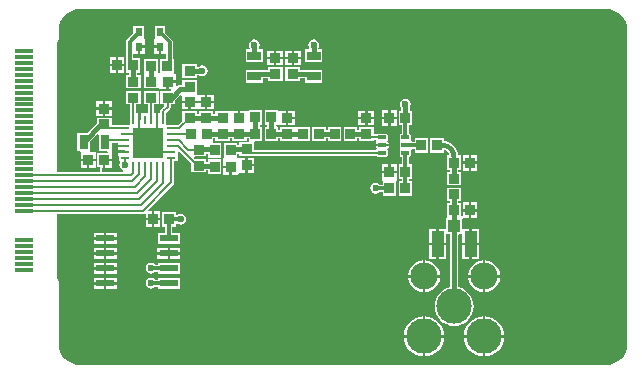
<source format=gtl>
G04*
G04 #@! TF.GenerationSoftware,Altium Limited,Altium Designer,21.0.9 (235)*
G04*
G04 Layer_Physical_Order=1*
G04 Layer_Color=255*
%FSLAX25Y25*%
%MOIN*%
G70*
G04*
G04 #@! TF.SameCoordinates,2571B9BE-BC5B-47E2-A44E-AB764044C0D5*
G04*
G04*
G04 #@! TF.FilePolarity,Positive*
G04*
G01*
G75*
%ADD10C,0.01575*%
%ADD11R,0.03937X0.03937*%
%ADD12R,0.03937X0.08661*%
%ADD13R,0.05906X0.01378*%
%ADD14R,0.03347X0.03740*%
%ADD15R,0.03740X0.03347*%
%ADD16R,0.06102X0.02362*%
%ADD17R,0.10400X0.10400*%
%ADD18R,0.02981X0.01003*%
%ADD19R,0.01003X0.02981*%
G04:AMPARAMS|DCode=20|XSize=13.78mil|YSize=25.59mil|CornerRadius=1.72mil|HoleSize=0mil|Usage=FLASHONLY|Rotation=270.000|XOffset=0mil|YOffset=0mil|HoleType=Round|Shape=RoundedRectangle|*
%AMROUNDEDRECTD20*
21,1,0.01378,0.02215,0,0,270.0*
21,1,0.01034,0.02559,0,0,270.0*
1,1,0.00345,-0.01107,-0.00517*
1,1,0.00345,-0.01107,0.00517*
1,1,0.00345,0.01107,0.00517*
1,1,0.00345,0.01107,-0.00517*
%
%ADD20ROUNDEDRECTD20*%
%ADD21R,0.03150X0.04724*%
%ADD22R,0.02362X0.03150*%
%ADD23R,0.04724X0.03150*%
%ADD24C,0.01181*%
%ADD25C,0.00787*%
%ADD26C,0.09055*%
%ADD27C,0.11811*%
G04:AMPARAMS|DCode=28|XSize=334.65mil|YSize=275.59mil|CornerRadius=137.8mil|HoleSize=0mil|Usage=FLASHONLY|Rotation=180.000|XOffset=0mil|YOffset=0mil|HoleType=Round|Shape=RoundedRectangle|*
%AMROUNDEDRECTD28*
21,1,0.33465,0.00000,0,0,180.0*
21,1,0.05906,0.27559,0,0,180.0*
1,1,0.27559,-0.02953,0.00000*
1,1,0.27559,0.02953,0.00000*
1,1,0.27559,0.02953,0.00000*
1,1,0.27559,-0.02953,0.00000*
%
%ADD28ROUNDEDRECTD28*%
%ADD29C,0.02756*%
%ADD30C,0.02362*%
G36*
X186024Y-704D02*
X187422Y-842D01*
X188767Y-1250D01*
X190007Y-1913D01*
X191093Y-2804D01*
X191985Y-3891D01*
X192647Y-5130D01*
X193055Y-6475D01*
X193193Y-7874D01*
X193195D01*
X193195Y-7874D01*
Y-112205D01*
X193193D01*
X193055Y-113603D01*
X192647Y-114948D01*
X191985Y-116188D01*
X191093Y-117274D01*
X190007Y-118166D01*
X188767Y-118828D01*
X187422Y-119237D01*
X186023Y-119374D01*
Y-119376D01*
X10827D01*
Y-119374D01*
X9428Y-119237D01*
X8083Y-118828D01*
X6844Y-118166D01*
X5757Y-117274D01*
X4865Y-116188D01*
X4203Y-114948D01*
X3795Y-113603D01*
X3657Y-112205D01*
X3655D01*
Y-93406D01*
X3655Y-93406D01*
X3655Y-93405D01*
Y-92224D01*
X3665D01*
X3573Y-91531D01*
X3306Y-90884D01*
X2953Y-90424D01*
Y-68917D01*
X31791D01*
X32079Y-68860D01*
X32420Y-69042D01*
X32579Y-69172D01*
Y-70374D01*
X34646D01*
Y-68110D01*
X33667D01*
X33476Y-67648D01*
X41915Y-59209D01*
X42132Y-58884D01*
X42209Y-58500D01*
Y-51289D01*
X43286D01*
Y-49517D01*
X43483D01*
Y-48410D01*
X43945Y-48219D01*
X47835Y-52108D01*
Y-55118D01*
X52756D01*
Y-54358D01*
X53347D01*
Y-55709D01*
X57874D01*
Y-50787D01*
X53347D01*
Y-51548D01*
X52756D01*
Y-50591D01*
X49158D01*
X48869Y-50240D01*
X49055Y-49803D01*
X52756D01*
Y-48846D01*
X53347D01*
Y-50197D01*
X57874D01*
Y-45276D01*
X55236D01*
X55216Y-44783D01*
X55216Y-44776D01*
Y-43728D01*
X55807D01*
Y-44587D01*
X60728D01*
Y-43728D01*
X61319D01*
Y-44587D01*
X66240D01*
Y-43728D01*
X66929D01*
Y-44677D01*
X66929Y-44783D01*
X66672Y-45177D01*
X63779D01*
Y-46036D01*
X63189D01*
Y-45276D01*
X58661D01*
Y-50090D01*
X58661Y-50172D01*
X58465Y-50591D01*
X58465Y-50615D01*
Y-52854D01*
X60925D01*
Y-53248D01*
X61319D01*
Y-55905D01*
X63386D01*
Y-55635D01*
X63583Y-55216D01*
X63886Y-55216D01*
X65847D01*
Y-52756D01*
Y-50295D01*
X63648Y-50295D01*
X63551Y-50274D01*
X63189Y-50039D01*
Y-48846D01*
X63779D01*
Y-49705D01*
X68701D01*
Y-49626D01*
X109816D01*
X109859Y-49689D01*
X110111Y-49857D01*
X110408Y-49916D01*
X112623D01*
X112921Y-49857D01*
X113173Y-49689D01*
X113342Y-49436D01*
X113401Y-49139D01*
Y-48105D01*
X113342Y-47808D01*
X113173Y-47555D01*
X113418Y-47118D01*
X113527Y-46954D01*
X113602Y-46580D01*
Y-46457D01*
X111516D01*
X109430D01*
Y-46580D01*
X109504Y-46954D01*
X109614Y-47118D01*
X109614Y-47119D01*
X109414Y-47596D01*
X109393Y-47618D01*
X68701D01*
Y-45283D01*
X68701Y-45177D01*
X68957Y-44783D01*
X71457D01*
Y-39862D01*
X70598D01*
Y-39272D01*
X71457D01*
Y-34350D01*
X66929D01*
Y-34528D01*
X66437Y-34547D01*
X66429Y-34547D01*
X64173D01*
Y-37008D01*
X63386D01*
Y-34547D01*
X61147D01*
X61122Y-34547D01*
X60704Y-34744D01*
X60622Y-34744D01*
X55807D01*
Y-35603D01*
X55216D01*
Y-34744D01*
X50295D01*
Y-35603D01*
X49705D01*
Y-34744D01*
X44783D01*
Y-38049D01*
X43723Y-39110D01*
X43286Y-39262D01*
X43286Y-39262D01*
Y-39262D01*
X43286Y-39262D01*
X39478D01*
Y-35454D01*
X39478Y-35454D01*
X39478D01*
X39478Y-35454D01*
X39630Y-35017D01*
X40670Y-33977D01*
X40888Y-33652D01*
X40964Y-33268D01*
Y-32480D01*
X42421D01*
Y-31024D01*
X44087Y-29358D01*
X44587Y-29566D01*
Y-31299D01*
X47244D01*
Y-31693D01*
X47638D01*
Y-34154D01*
X49598D01*
X49902Y-34154D01*
X50402Y-34154D01*
X52362D01*
Y-31693D01*
Y-29232D01*
X50402D01*
X49902Y-29232D01*
X49705Y-28814D01*
X49705Y-28732D01*
Y-24311D01*
X44783D01*
Y-25957D01*
X44096D01*
X43558Y-26064D01*
X43118Y-26358D01*
X42899Y-26316D01*
X42618Y-26200D01*
Y-25295D01*
X40354D01*
Y-27362D01*
X40952D01*
X41220Y-27862D01*
X41159Y-27953D01*
X37500D01*
Y-32480D01*
X38647D01*
X38829Y-32980D01*
X37676Y-34133D01*
X37459Y-34459D01*
X37382Y-34843D01*
Y-35257D01*
X36811D01*
Y-37535D01*
X36024D01*
Y-35257D01*
X35452D01*
Y-32480D01*
X36909D01*
Y-27953D01*
X31988D01*
Y-32480D01*
X33445D01*
Y-35454D01*
X31801D01*
Y-35257D01*
X30906D01*
Y-37535D01*
X30118D01*
Y-35257D01*
X29547D01*
Y-32480D01*
X31004D01*
Y-27953D01*
X26083D01*
Y-32480D01*
X27540D01*
Y-35454D01*
X27451D01*
Y-39262D01*
X23643D01*
Y-39351D01*
X21260D01*
Y-36909D01*
X16339D01*
Y-38663D01*
X12974Y-42028D01*
X9843D01*
Y-47933D01*
X10767D01*
X11024Y-48327D01*
X11024Y-48433D01*
Y-50591D01*
X13484D01*
X15945D01*
Y-48327D01*
X14430D01*
X14173Y-47933D01*
X14173Y-47827D01*
Y-44802D01*
X16467Y-42508D01*
X16929Y-42699D01*
Y-47933D01*
X19738D01*
X20094Y-48433D01*
X20062Y-48524D01*
X16535D01*
Y-53445D01*
X17438D01*
X17569Y-53642D01*
Y-55099D01*
X2953D01*
Y-11938D01*
X3306Y-11478D01*
X3573Y-10831D01*
X3665Y-10138D01*
X3655D01*
Y-7874D01*
X3657D01*
X3795Y-6475D01*
X4203Y-5130D01*
X4865Y-3891D01*
X5757Y-2804D01*
X6843Y-1913D01*
X8083Y-1250D01*
X9428Y-842D01*
X10827Y-704D01*
X10827Y-703D01*
X186024D01*
Y-704D01*
D02*
G37*
G36*
X23446Y-45866D02*
X25724D01*
Y-46654D01*
X23446D01*
Y-47549D01*
X23446D01*
Y-47835D01*
X25724D01*
Y-48622D01*
X23446D01*
Y-49517D01*
X23643D01*
Y-51289D01*
X23937D01*
X24204Y-51789D01*
X24020Y-52065D01*
X23883Y-52756D01*
X24020Y-53447D01*
X24412Y-54033D01*
X24998Y-54425D01*
X25098Y-54445D01*
Y-55099D01*
X18209D01*
Y-53642D01*
X18406D01*
Y-50984D01*
X18799D01*
Y-50591D01*
X21260D01*
Y-48327D01*
X21260D01*
X21260Y-47933D01*
X21260D01*
Y-45295D01*
X23446D01*
Y-45866D01*
D02*
G37*
%LPC*%
G36*
X32283Y-13583D02*
X30709D01*
Y-15551D01*
X32283D01*
Y-13583D01*
D02*
G37*
G36*
X37008Y-13583D02*
X35433D01*
Y-15551D01*
X37008D01*
Y-13583D01*
D02*
G37*
G36*
X84350Y-14567D02*
X82087D01*
Y-16634D01*
X84350D01*
Y-14567D01*
D02*
G37*
G36*
X78445D02*
X76181D01*
Y-16634D01*
X78445D01*
Y-14567D01*
D02*
G37*
G36*
X75394D02*
X73130D01*
Y-16634D01*
X75394D01*
Y-14567D01*
D02*
G37*
G36*
X81299D02*
X79035D01*
Y-16634D01*
X81299D01*
Y-14567D01*
D02*
G37*
G36*
X88583Y-10792D02*
X87891Y-10930D01*
X87305Y-11321D01*
X86914Y-11907D01*
X86776Y-12598D01*
X86914Y-13290D01*
X87170Y-13673D01*
X87077Y-14173D01*
X85630D01*
Y-18504D01*
X91535D01*
Y-14173D01*
X90088D01*
X89995Y-13673D01*
X90251Y-13290D01*
X90389Y-12598D01*
X90251Y-11907D01*
X89860Y-11321D01*
X89274Y-10930D01*
X88583Y-10792D01*
D02*
G37*
G36*
X68898D02*
X68206Y-10930D01*
X67620Y-11321D01*
X67229Y-11907D01*
X67091Y-12598D01*
X67229Y-13290D01*
X67485Y-13673D01*
X67392Y-14173D01*
X65945D01*
Y-18504D01*
X71850D01*
Y-14173D01*
X70403D01*
X70310Y-13673D01*
X70566Y-13290D01*
X70704Y-12598D01*
X70566Y-11907D01*
X70175Y-11321D01*
X69589Y-10930D01*
X68898Y-10792D01*
D02*
G37*
G36*
X25492Y-16732D02*
X23425D01*
Y-18996D01*
X25492D01*
Y-16732D01*
D02*
G37*
G36*
X22638D02*
X20571D01*
Y-18996D01*
X22638D01*
Y-16732D01*
D02*
G37*
G36*
X84350Y-17421D02*
X82087D01*
Y-19488D01*
X84350D01*
Y-17421D01*
D02*
G37*
G36*
X81299D02*
X79035D01*
Y-19488D01*
X81299D01*
Y-17421D01*
D02*
G37*
G36*
X78445D02*
X76181D01*
Y-19488D01*
X78445D01*
Y-17421D01*
D02*
G37*
G36*
X75394D02*
X73130D01*
Y-19488D01*
X75394D01*
Y-17421D01*
D02*
G37*
G36*
X78248Y-20079D02*
X73327D01*
Y-20938D01*
X71850D01*
Y-20866D01*
X65945D01*
Y-25197D01*
X71850D01*
Y-23747D01*
X73327D01*
Y-24606D01*
X78248D01*
Y-20079D01*
D02*
G37*
G36*
X25492Y-19783D02*
X23425D01*
Y-22047D01*
X25492D01*
Y-19783D01*
D02*
G37*
G36*
X22638D02*
X20571D01*
Y-22047D01*
X22638D01*
Y-19783D01*
D02*
G37*
G36*
X39173Y-6299D02*
X35630D01*
Y-10408D01*
X35433Y-10827D01*
X35433D01*
X35433Y-10827D01*
Y-12795D01*
X37402D01*
Y-13189D01*
X37795D01*
Y-15551D01*
X39370D01*
X39445Y-16020D01*
Y-17224D01*
X37500D01*
X37500Y-22023D01*
X37486Y-22051D01*
X36850Y-22249D01*
X36713Y-22166D01*
X36713Y-22146D01*
X36713D01*
Y-17224D01*
X32185D01*
Y-22146D01*
X32185D01*
X32166Y-22638D01*
X31988D01*
Y-27165D01*
X36803D01*
X36885Y-27165D01*
X37303Y-27362D01*
X37328Y-27362D01*
X39567D01*
Y-24902D01*
X39961D01*
Y-24508D01*
X42618D01*
Y-22441D01*
X42405D01*
X42028Y-22146D01*
X42028Y-21941D01*
Y-17224D01*
X41854D01*
Y-11713D01*
X41854Y-11713D01*
X41762Y-11252D01*
X41501Y-10861D01*
X41501Y-10861D01*
X39173Y-8533D01*
Y-6299D01*
D02*
G37*
G36*
X49705Y-18996D02*
X44783D01*
Y-23524D01*
X49705D01*
Y-22665D01*
X50390D01*
X50785Y-22929D01*
X51476Y-23066D01*
X52168Y-22929D01*
X52754Y-22537D01*
X53145Y-21951D01*
X53283Y-21260D01*
X53145Y-20569D01*
X52754Y-19983D01*
X52168Y-19591D01*
X51476Y-19454D01*
X50785Y-19591D01*
X50390Y-19855D01*
X49705D01*
Y-18996D01*
D02*
G37*
G36*
X84153Y-20079D02*
X79232D01*
Y-24606D01*
X84153D01*
Y-23747D01*
X85630D01*
Y-25197D01*
X91535D01*
Y-20866D01*
X85630D01*
Y-20938D01*
X84153D01*
Y-20079D01*
D02*
G37*
G36*
X32087Y-6299D02*
X28543D01*
Y-8533D01*
X26412Y-10664D01*
X26151Y-11055D01*
X26059Y-11516D01*
X26059Y-11516D01*
Y-18307D01*
X26059Y-18307D01*
X26083Y-18424D01*
Y-21850D01*
X26941D01*
Y-22638D01*
X26083D01*
Y-27165D01*
X31004D01*
Y-22638D01*
X29751D01*
Y-21850D01*
X30610D01*
Y-16929D01*
X28468D01*
Y-15551D01*
X29921D01*
Y-13189D01*
X30315D01*
Y-12795D01*
X32283D01*
Y-10827D01*
X32283D01*
X32087Y-10630D01*
Y-6299D01*
D02*
G37*
G36*
X53150Y-29232D02*
Y-31299D01*
X55413D01*
Y-29232D01*
X53150D01*
D02*
G37*
G36*
X21457Y-31398D02*
X19193D01*
Y-33465D01*
X21457D01*
Y-31398D01*
D02*
G37*
G36*
X18406D02*
X16142D01*
Y-33465D01*
X18406D01*
Y-31398D01*
D02*
G37*
G36*
X55413Y-32087D02*
X53150D01*
Y-34154D01*
X55413D01*
Y-32087D01*
D02*
G37*
G36*
X46850D02*
X44587D01*
Y-34154D01*
X46850D01*
Y-32087D01*
D02*
G37*
G36*
X21457Y-34252D02*
X19193D01*
Y-36319D01*
X21457D01*
Y-34252D01*
D02*
G37*
G36*
X18406D02*
X16142D01*
Y-36319D01*
X18406D01*
Y-34252D01*
D02*
G37*
G36*
X116339Y-34350D02*
X114272D01*
Y-36614D01*
X116339D01*
Y-34350D01*
D02*
G37*
G36*
X113484D02*
X111417D01*
Y-36614D01*
X113484D01*
Y-34350D01*
D02*
G37*
G36*
X80216Y-34547D02*
Y-36614D01*
X82480D01*
Y-34547D01*
X80216D01*
D02*
G37*
G36*
X108858D02*
X106595D01*
Y-36614D01*
X108858D01*
Y-34547D01*
D02*
G37*
G36*
X105807D02*
X103543D01*
Y-36614D01*
X105807D01*
Y-34547D01*
D02*
G37*
G36*
X108858Y-37402D02*
X106595D01*
Y-39469D01*
X108858D01*
Y-37402D01*
D02*
G37*
G36*
X105807D02*
X103543D01*
Y-39469D01*
X105807D01*
Y-37402D01*
D02*
G37*
G36*
X82480D02*
X80216D01*
Y-39469D01*
X82480D01*
Y-37402D01*
D02*
G37*
G36*
X76772Y-34350D02*
X76747Y-34350D01*
X72244D01*
Y-39272D01*
X73103D01*
Y-39862D01*
X72244D01*
Y-44783D01*
X76772D01*
Y-43728D01*
X77362D01*
Y-44587D01*
X82284D01*
Y-43728D01*
X82874D01*
Y-44783D01*
X87402D01*
Y-39862D01*
X82874D01*
Y-40918D01*
X82284D01*
Y-40059D01*
X77362D01*
Y-40918D01*
X76772D01*
Y-39862D01*
X76383D01*
X76176Y-39362D01*
X76266Y-39272D01*
X76747Y-39272D01*
X77165Y-39469D01*
X77190Y-39469D01*
X79429D01*
Y-37008D01*
Y-34547D01*
X77272D01*
X77190Y-34547D01*
X76772Y-34350D01*
D02*
G37*
G36*
X116339Y-37402D02*
X114272D01*
Y-39665D01*
X116339D01*
Y-37402D01*
D02*
G37*
G36*
X113484D02*
X111417D01*
Y-39665D01*
X113484D01*
Y-37402D01*
D02*
G37*
G36*
X97835Y-39862D02*
X93307D01*
Y-40918D01*
X92716D01*
Y-39862D01*
X88189D01*
Y-44783D01*
X92716D01*
Y-43728D01*
X93307D01*
Y-44783D01*
X97835D01*
Y-39862D01*
D02*
G37*
G36*
X103150D02*
X98622D01*
Y-44783D01*
X103150D01*
Y-43728D01*
X103740D01*
Y-44587D01*
X108661D01*
Y-44508D01*
X109393D01*
X109414Y-44530D01*
X109614Y-45007D01*
X109614Y-45008D01*
X109504Y-45172D01*
X109430Y-45546D01*
Y-45669D01*
X111516D01*
X113602D01*
Y-45546D01*
X113527Y-45172D01*
X113418Y-45008D01*
X113173Y-44571D01*
X113342Y-44318D01*
X113401Y-44021D01*
Y-42987D01*
X113342Y-42690D01*
X113173Y-42437D01*
X112921Y-42269D01*
X112623Y-42210D01*
X110408D01*
X110111Y-42269D01*
X109859Y-42437D01*
X109816Y-42500D01*
X108661D01*
Y-40059D01*
X103740D01*
Y-40918D01*
X103150D01*
Y-39862D01*
D02*
G37*
G36*
X119193Y-30575D02*
X118502Y-30713D01*
X117916Y-31105D01*
X117524Y-31691D01*
X117387Y-32382D01*
X117524Y-33073D01*
X117788Y-33468D01*
Y-34547D01*
X116929D01*
Y-39469D01*
X117989D01*
Y-42229D01*
X117788Y-42269D01*
X117536Y-42437D01*
X117367Y-42690D01*
X117308Y-42987D01*
Y-44021D01*
X117367Y-44318D01*
X117536Y-44571D01*
X117536Y-44996D01*
X117367Y-45249D01*
X117308Y-45546D01*
Y-46580D01*
X117367Y-46877D01*
X117536Y-47130D01*
X117536Y-47555D01*
X117367Y-47808D01*
X117308Y-48105D01*
Y-49139D01*
X117367Y-49436D01*
X117536Y-49689D01*
X117788Y-49857D01*
X117989Y-49897D01*
Y-52461D01*
X116929D01*
Y-57382D01*
X117989D01*
Y-57972D01*
X116929D01*
Y-62894D01*
X121457D01*
Y-57972D01*
X120397D01*
Y-57382D01*
X121457D01*
Y-52461D01*
X120397D01*
Y-49897D01*
X120598Y-49857D01*
X120850Y-49689D01*
X121019Y-49436D01*
X121078Y-49139D01*
Y-48105D01*
X121019Y-47808D01*
X120992Y-47767D01*
X121250Y-47267D01*
X122244D01*
Y-48524D01*
X126772D01*
Y-43602D01*
X122244D01*
Y-44859D01*
X121250D01*
X120992Y-44359D01*
X121019Y-44318D01*
X121078Y-44021D01*
Y-42987D01*
X121019Y-42690D01*
X120850Y-42437D01*
X120598Y-42269D01*
X120397Y-42229D01*
Y-39469D01*
X121457D01*
Y-34547D01*
X120598D01*
Y-33468D01*
X120862Y-33073D01*
X120999Y-32382D01*
X120862Y-31691D01*
X120470Y-31105D01*
X119884Y-30713D01*
X119193Y-30575D01*
D02*
G37*
G36*
X143209Y-49213D02*
X141142D01*
Y-51476D01*
X143209D01*
Y-49213D01*
D02*
G37*
G36*
X140354D02*
X138287D01*
Y-51476D01*
X140354D01*
Y-49213D01*
D02*
G37*
G36*
X66634Y-50295D02*
Y-52362D01*
X68898D01*
Y-50295D01*
X66634D01*
D02*
G37*
G36*
X15945Y-51378D02*
X13878D01*
Y-53642D01*
X15945D01*
Y-51378D01*
D02*
G37*
G36*
X13091D02*
X11024D01*
Y-53642D01*
X13091D01*
Y-51378D01*
D02*
G37*
G36*
X116339Y-52264D02*
X114272D01*
Y-54528D01*
X116339D01*
Y-52264D01*
D02*
G37*
G36*
X143209Y-52264D02*
X141142D01*
Y-54528D01*
X143209D01*
Y-52264D01*
D02*
G37*
G36*
X140354D02*
X138287D01*
Y-54528D01*
X140354D01*
Y-52264D01*
D02*
G37*
G36*
X113484Y-52264D02*
X111417D01*
Y-54528D01*
X113484D01*
Y-52264D01*
D02*
G37*
G36*
X68898Y-53150D02*
X66634D01*
Y-55216D01*
X68898D01*
Y-53150D01*
D02*
G37*
G36*
X60532Y-53642D02*
X58465D01*
Y-55905D01*
X60532D01*
Y-53642D01*
D02*
G37*
G36*
X116339Y-55315D02*
X113878D01*
X111417D01*
Y-57554D01*
X111417Y-57579D01*
X111614Y-57997D01*
X111614Y-58079D01*
Y-59229D01*
X110578D01*
X110529Y-59156D01*
X109943Y-58764D01*
X109252Y-58627D01*
X108561Y-58764D01*
X107975Y-59156D01*
X107583Y-59742D01*
X107446Y-60433D01*
X107583Y-61124D01*
X107975Y-61710D01*
X108561Y-62102D01*
X109252Y-62239D01*
X109943Y-62102D01*
X110529Y-61710D01*
X110578Y-61637D01*
X111614D01*
Y-62894D01*
X116142D01*
Y-58079D01*
X116142Y-57997D01*
X116339Y-57579D01*
X116339Y-57554D01*
Y-55315D01*
D02*
G37*
G36*
X132087Y-43602D02*
X127559D01*
Y-48524D01*
X132087D01*
Y-47953D01*
X132229Y-47837D01*
X132587Y-47711D01*
X133305Y-48191D01*
X133785Y-48909D01*
X133659Y-49267D01*
X133543Y-49409D01*
X133169D01*
Y-54331D01*
X134028D01*
Y-54921D01*
X132972D01*
Y-59449D01*
X137894D01*
Y-54921D01*
X136838D01*
Y-54331D01*
X137697D01*
Y-49409D01*
X136779D01*
X136674Y-48612D01*
X136139Y-47320D01*
X135287Y-46209D01*
X134177Y-45357D01*
X132884Y-44822D01*
X132087Y-44717D01*
Y-43602D01*
D02*
G37*
G36*
X143209Y-65158D02*
X141142D01*
Y-67421D01*
X143209D01*
Y-65158D01*
D02*
G37*
G36*
X140354D02*
X138287D01*
Y-67421D01*
X140354D01*
Y-65158D01*
D02*
G37*
G36*
X37500Y-68110D02*
X35433D01*
Y-70374D01*
X37500D01*
Y-68110D01*
D02*
G37*
G36*
X143209Y-68209D02*
X141142D01*
Y-70472D01*
X143209D01*
Y-68209D01*
D02*
G37*
G36*
X42618Y-68307D02*
X38091D01*
Y-73228D01*
X39150D01*
Y-75394D01*
X36713D01*
Y-78937D01*
X43996D01*
Y-75394D01*
X41559D01*
Y-73228D01*
X42618D01*
Y-72336D01*
X42750Y-72239D01*
X43118Y-72114D01*
X43600Y-72437D01*
X44291Y-72574D01*
X44983Y-72437D01*
X45569Y-72045D01*
X45960Y-71459D01*
X46098Y-70768D01*
X45960Y-70077D01*
X45569Y-69490D01*
X44983Y-69099D01*
X44291Y-68961D01*
X43600Y-69099D01*
X43118Y-69421D01*
X42750Y-69296D01*
X42618Y-69199D01*
Y-68307D01*
D02*
G37*
G36*
X37500Y-71161D02*
X35433D01*
Y-73425D01*
X37500D01*
Y-71161D01*
D02*
G37*
G36*
X34646D02*
X32579D01*
Y-73425D01*
X34646D01*
Y-71161D01*
D02*
G37*
G36*
X22933Y-75197D02*
X19488D01*
Y-76772D01*
X22933D01*
Y-75197D01*
D02*
G37*
G36*
X18701D02*
X15256D01*
Y-76772D01*
X18701D01*
Y-75197D01*
D02*
G37*
G36*
X141326Y-73917D02*
Y-78641D01*
X143689D01*
Y-73917D01*
X141326D01*
D02*
G37*
G36*
X137894Y-60236D02*
X132972D01*
Y-64764D01*
X134028D01*
Y-65354D01*
X133169D01*
Y-70276D01*
X132874Y-70476D01*
X132874D01*
Y-73493D01*
X132689Y-73917D01*
X132374Y-73917D01*
X130326D01*
Y-78641D01*
X132689D01*
Y-76017D01*
X132874Y-75594D01*
X133189Y-75594D01*
X134028D01*
Y-93437D01*
X132935Y-93769D01*
X131807Y-94372D01*
X130817Y-95184D01*
X130006Y-96173D01*
X129402Y-97301D01*
X129031Y-98526D01*
X128906Y-99799D01*
X129031Y-101073D01*
X129402Y-102297D01*
X130006Y-103426D01*
X130817Y-104415D01*
X131807Y-105227D01*
X132935Y-105830D01*
X134160Y-106201D01*
X135433Y-106327D01*
X136706Y-106201D01*
X137931Y-105830D01*
X139059Y-105227D01*
X140049Y-104415D01*
X140860Y-103426D01*
X141464Y-102297D01*
X141835Y-101073D01*
X141961Y-99799D01*
X141835Y-98526D01*
X141464Y-97301D01*
X140860Y-96173D01*
X140049Y-95184D01*
X139059Y-94372D01*
X137931Y-93769D01*
X136838Y-93437D01*
Y-75947D01*
X137192Y-75594D01*
X137992Y-75594D01*
X138177Y-76017D01*
Y-78641D01*
X140539D01*
Y-73917D01*
X138492D01*
X138177Y-73917D01*
X137992Y-73493D01*
Y-70953D01*
X137992Y-70850D01*
X138286Y-70474D01*
X138490Y-70473D01*
X138607Y-70472D01*
X140354D01*
Y-68209D01*
X138287D01*
Y-69716D01*
X137853Y-70062D01*
X137787Y-70072D01*
X137697Y-70041D01*
Y-65354D01*
X136838D01*
Y-64764D01*
X137894D01*
Y-60236D01*
D02*
G37*
G36*
X129539Y-73917D02*
X127177D01*
Y-78641D01*
X129539D01*
Y-73917D01*
D02*
G37*
G36*
X22933Y-77559D02*
X19488D01*
Y-79134D01*
X22933D01*
Y-77559D01*
D02*
G37*
G36*
X18701D02*
X15256D01*
Y-79134D01*
X18701D01*
Y-77559D01*
D02*
G37*
G36*
X22933Y-80197D02*
X19488D01*
Y-81772D01*
X22933D01*
Y-80197D01*
D02*
G37*
G36*
X18701D02*
X15256D01*
Y-81772D01*
X18701D01*
Y-80197D01*
D02*
G37*
G36*
X44193D02*
X40748D01*
Y-81772D01*
X44193D01*
Y-80197D01*
D02*
G37*
G36*
X39961D02*
X36516D01*
Y-81772D01*
X39961D01*
Y-80197D01*
D02*
G37*
G36*
X44193Y-82559D02*
X40748D01*
Y-84134D01*
X44193D01*
Y-82559D01*
D02*
G37*
G36*
X39961D02*
X36516D01*
Y-84134D01*
X39961D01*
Y-82559D01*
D02*
G37*
G36*
X22933Y-82559D02*
X19488D01*
Y-84134D01*
X22933D01*
Y-82559D01*
D02*
G37*
G36*
X18701D02*
X15256D01*
Y-84134D01*
X18701D01*
Y-82559D01*
D02*
G37*
G36*
X143689Y-79428D02*
X141326D01*
Y-84153D01*
X143689D01*
Y-79428D01*
D02*
G37*
G36*
X140539D02*
X138177D01*
Y-84153D01*
X140539D01*
Y-79428D01*
D02*
G37*
G36*
X132689Y-79428D02*
X130326D01*
Y-84153D01*
X132689D01*
Y-79428D01*
D02*
G37*
G36*
X129539D02*
X127177D01*
Y-84153D01*
X129539D01*
Y-79428D01*
D02*
G37*
G36*
X22933Y-85197D02*
X19488D01*
Y-86772D01*
X22933D01*
Y-85197D01*
D02*
G37*
G36*
X18701D02*
X15256D01*
Y-86772D01*
X18701D01*
Y-85197D01*
D02*
G37*
G36*
X34449Y-85300D02*
X33758Y-85437D01*
X33171Y-85829D01*
X32780Y-86415D01*
X32642Y-87106D01*
X32780Y-87798D01*
X33171Y-88384D01*
X33758Y-88775D01*
X34449Y-88913D01*
X35140Y-88775D01*
X35726Y-88384D01*
X35735Y-88370D01*
X36713D01*
Y-88937D01*
X43996D01*
Y-85394D01*
X36713D01*
Y-85961D01*
X35814D01*
X35726Y-85829D01*
X35140Y-85437D01*
X34449Y-85300D01*
D02*
G37*
G36*
X22933Y-87559D02*
X19488D01*
Y-89134D01*
X22933D01*
Y-87559D01*
D02*
G37*
G36*
X18701D02*
X15256D01*
Y-89134D01*
X18701D01*
Y-87559D01*
D02*
G37*
G36*
X145827Y-84490D02*
Y-89406D01*
X150742D01*
X150611Y-88412D01*
X150076Y-87119D01*
X149224Y-86009D01*
X148114Y-85157D01*
X146821Y-84621D01*
X145827Y-84490D01*
D02*
G37*
G36*
X125827Y-84490D02*
Y-89406D01*
X130742D01*
X130611Y-88412D01*
X130076Y-87119D01*
X129224Y-86009D01*
X128113Y-85157D01*
X126821Y-84621D01*
X125827Y-84490D01*
D02*
G37*
G36*
X125039D02*
X124046Y-84621D01*
X122753Y-85157D01*
X121642Y-86009D01*
X120791Y-87119D01*
X120255Y-88412D01*
X120124Y-89406D01*
X125039D01*
Y-84490D01*
D02*
G37*
G36*
X145039D02*
X144046Y-84621D01*
X142753Y-85157D01*
X141642Y-86009D01*
X140790Y-87119D01*
X140255Y-88412D01*
X140124Y-89406D01*
X145039D01*
Y-84490D01*
D02*
G37*
G36*
X22933Y-90197D02*
X19488D01*
Y-91772D01*
X22933D01*
Y-90197D01*
D02*
G37*
G36*
X18701D02*
X15256D01*
Y-91772D01*
X18701D01*
Y-90197D01*
D02*
G37*
G36*
X34449Y-90300D02*
X33758Y-90437D01*
X33171Y-90829D01*
X32780Y-91415D01*
X32642Y-92106D01*
X32780Y-92798D01*
X33171Y-93384D01*
X33758Y-93775D01*
X34449Y-93913D01*
X35140Y-93775D01*
X35726Y-93384D01*
X35735Y-93370D01*
X36713D01*
Y-93937D01*
X43996D01*
Y-90394D01*
X36713D01*
Y-90961D01*
X35814D01*
X35726Y-90829D01*
X35140Y-90437D01*
X34449Y-90300D01*
D02*
G37*
G36*
X22933Y-92559D02*
X19488D01*
Y-94134D01*
X22933D01*
Y-92559D01*
D02*
G37*
G36*
X18701D02*
X15256D01*
Y-94134D01*
X18701D01*
Y-92559D01*
D02*
G37*
G36*
X150742Y-90193D02*
X145827D01*
Y-95108D01*
X146821Y-94977D01*
X148114Y-94442D01*
X149224Y-93590D01*
X150076Y-92480D01*
X150611Y-91187D01*
X150742Y-90193D01*
D02*
G37*
G36*
X130742D02*
X125827D01*
Y-95108D01*
X126821Y-94977D01*
X128113Y-94442D01*
X129224Y-93590D01*
X130076Y-92480D01*
X130611Y-91187D01*
X130742Y-90193D01*
D02*
G37*
G36*
X125039D02*
X120124D01*
X120255Y-91187D01*
X120791Y-92480D01*
X121642Y-93590D01*
X122753Y-94442D01*
X124046Y-94977D01*
X125039Y-95108D01*
Y-90193D01*
D02*
G37*
G36*
X145039D02*
X140124D01*
X140255Y-91187D01*
X140790Y-92480D01*
X141642Y-93590D01*
X142753Y-94442D01*
X144046Y-94977D01*
X145039Y-95108D01*
Y-90193D01*
D02*
G37*
G36*
X145827Y-103113D02*
Y-109406D01*
X152120D01*
X152029Y-108487D01*
X151646Y-107226D01*
X151025Y-106063D01*
X150189Y-105044D01*
X149169Y-104207D01*
X148007Y-103586D01*
X146745Y-103203D01*
X145827Y-103113D01*
D02*
G37*
G36*
X125827Y-103113D02*
Y-109406D01*
X132120D01*
X132029Y-108487D01*
X131646Y-107226D01*
X131025Y-106063D01*
X130189Y-105044D01*
X129169Y-104207D01*
X128007Y-103586D01*
X126745Y-103203D01*
X125827Y-103113D01*
D02*
G37*
G36*
X125039D02*
X124121Y-103203D01*
X122859Y-103586D01*
X121697Y-104207D01*
X120678Y-105044D01*
X119841Y-106063D01*
X119220Y-107226D01*
X118837Y-108487D01*
X118747Y-109406D01*
X125039D01*
Y-103113D01*
D02*
G37*
G36*
X145039D02*
X144121Y-103203D01*
X142859Y-103586D01*
X141697Y-104207D01*
X140678Y-105044D01*
X139841Y-106063D01*
X139220Y-107226D01*
X138837Y-108487D01*
X138747Y-109406D01*
X145039D01*
Y-103113D01*
D02*
G37*
G36*
X152120Y-110193D02*
X145827D01*
Y-116486D01*
X146745Y-116395D01*
X148007Y-116013D01*
X149169Y-115391D01*
X150189Y-114555D01*
X151025Y-113536D01*
X151646Y-112373D01*
X152029Y-111111D01*
X152120Y-110193D01*
D02*
G37*
G36*
X132120D02*
X125827D01*
Y-116486D01*
X126745Y-116395D01*
X128007Y-116013D01*
X129169Y-115391D01*
X130189Y-114555D01*
X131025Y-113536D01*
X131646Y-112373D01*
X132029Y-111111D01*
X132120Y-110193D01*
D02*
G37*
G36*
X125039D02*
X118747D01*
X118837Y-111111D01*
X119220Y-112373D01*
X119841Y-113536D01*
X120678Y-114555D01*
X121697Y-115391D01*
X122859Y-116013D01*
X124121Y-116395D01*
X125039Y-116486D01*
Y-110193D01*
D02*
G37*
G36*
X145039D02*
X138747D01*
X138837Y-111111D01*
X139220Y-112373D01*
X139841Y-113536D01*
X140678Y-114555D01*
X141697Y-115391D01*
X142859Y-116013D01*
X144121Y-116395D01*
X145039Y-116486D01*
Y-110193D01*
D02*
G37*
G36*
X21260Y-51378D02*
X19193D01*
Y-53642D01*
X21260D01*
Y-51378D01*
D02*
G37*
%LPD*%
D10*
X135433Y-50000D02*
G03*
X131496Y-46063I-3937J0D01*
G01*
X88583Y-16339D02*
Y-12598D01*
X68898Y-16339D02*
Y-12598D01*
X87894Y-22343D02*
X88583Y-23031D01*
X81693Y-22343D02*
X87894D01*
X68898Y-23031D02*
X69587Y-22343D01*
X75787D01*
X119193Y-37008D02*
Y-32382D01*
X50295Y-52854D02*
X50394Y-52953D01*
X55610D01*
X50295Y-47539D02*
X50394Y-47441D01*
X55610D01*
X60925D02*
X66240D01*
X52756Y-37008D02*
X58268D01*
X47244D02*
X52756D01*
X52953Y-42323D02*
X58268D01*
X63779D01*
X69193D01*
Y-36811D01*
X74508Y-42323D02*
Y-36811D01*
Y-42323D02*
X79823D01*
X85138D01*
X90453D02*
X95571D01*
X100886D02*
X106201D01*
X135433Y-99111D02*
Y-67815D01*
Y-62500D01*
Y-57185D02*
Y-51870D01*
X135433Y-99111D02*
X135433Y-99111D01*
X12008Y-44980D02*
X17815Y-39173D01*
X18799D01*
X40256Y-30217D02*
X41242D01*
X44096Y-27362D01*
X46457D01*
X47244Y-26575D01*
Y-21260D02*
X51476D01*
X28346Y-24705D02*
Y-19390D01*
X34449Y-24902D02*
Y-19685D01*
D11*
X135433Y-73035D02*
D03*
D12*
X140933Y-79035D02*
D03*
X129933D02*
D03*
D13*
X-7874Y-77756D02*
D03*
Y-79724D02*
D03*
Y-81693D02*
D03*
Y-83661D02*
D03*
Y-85630D02*
D03*
Y-87598D02*
D03*
Y-67913D02*
D03*
Y-65945D02*
D03*
Y-63976D02*
D03*
Y-62008D02*
D03*
Y-60039D02*
D03*
Y-58071D02*
D03*
Y-56102D02*
D03*
Y-54134D02*
D03*
Y-52165D02*
D03*
Y-50197D02*
D03*
Y-48228D02*
D03*
Y-46260D02*
D03*
Y-44291D02*
D03*
Y-42323D02*
D03*
Y-40354D02*
D03*
Y-38386D02*
D03*
Y-36417D02*
D03*
Y-34449D02*
D03*
Y-32480D02*
D03*
Y-30512D02*
D03*
Y-28543D02*
D03*
Y-26575D02*
D03*
Y-24606D02*
D03*
Y-22638D02*
D03*
Y-20669D02*
D03*
Y-18701D02*
D03*
Y-16732D02*
D03*
Y-14764D02*
D03*
D14*
X35039Y-70768D02*
D03*
X40354D02*
D03*
X34449Y-19685D02*
D03*
X39764D02*
D03*
X23031Y-19390D02*
D03*
X28346D02*
D03*
X74508Y-36811D02*
D03*
X69193D02*
D03*
X90453Y-42323D02*
D03*
X85138D02*
D03*
X129823Y-46063D02*
D03*
X124508D02*
D03*
X140748Y-51870D02*
D03*
X135433D02*
D03*
X140748Y-67815D02*
D03*
X135433D02*
D03*
X60925Y-53248D02*
D03*
X55610D02*
D03*
X60925Y-47736D02*
D03*
X55610D02*
D03*
X13484Y-50984D02*
D03*
X18799D02*
D03*
X113878Y-54921D02*
D03*
X119193D02*
D03*
X113878Y-37008D02*
D03*
X119193D02*
D03*
X100886Y-42323D02*
D03*
X95571D02*
D03*
X47638D02*
D03*
X52953D02*
D03*
X113878Y-60433D02*
D03*
X119193D02*
D03*
X74508Y-42323D02*
D03*
X69193D02*
D03*
D15*
X47244Y-31693D02*
D03*
Y-37008D02*
D03*
X52756Y-31693D02*
D03*
Y-37008D02*
D03*
X106201Y-42323D02*
D03*
Y-37008D02*
D03*
X63779D02*
D03*
Y-42323D02*
D03*
X79823Y-37008D02*
D03*
Y-42323D02*
D03*
X66240Y-47441D02*
D03*
Y-52756D02*
D03*
X39961Y-24902D02*
D03*
Y-30217D02*
D03*
X18799Y-39173D02*
D03*
Y-33858D02*
D03*
X34449Y-24902D02*
D03*
Y-30217D02*
D03*
X47244Y-21260D02*
D03*
Y-26575D02*
D03*
X75787Y-22343D02*
D03*
Y-17028D02*
D03*
X81693Y-22343D02*
D03*
Y-17028D02*
D03*
X28543Y-30217D02*
D03*
Y-24902D02*
D03*
X58268Y-42323D02*
D03*
Y-37008D02*
D03*
X135433Y-57185D02*
D03*
Y-62500D02*
D03*
X50295Y-47539D02*
D03*
Y-52854D02*
D03*
D16*
X40354Y-92165D02*
D03*
X40354Y-87165D02*
D03*
Y-82165D02*
D03*
X40354Y-77165D02*
D03*
X19094Y-92165D02*
D03*
Y-87165D02*
D03*
Y-82165D02*
D03*
Y-77165D02*
D03*
D17*
X33465Y-45276D02*
D03*
D18*
X41205Y-40354D02*
D03*
Y-42323D02*
D03*
X41205Y-44291D02*
D03*
Y-46260D02*
D03*
X41205Y-48228D02*
D03*
Y-50197D02*
D03*
X25724D02*
D03*
Y-48228D02*
D03*
X25724Y-46260D02*
D03*
Y-44291D02*
D03*
X25724Y-42323D02*
D03*
Y-40354D02*
D03*
D19*
X38386Y-53016D02*
D03*
X36417D02*
D03*
X34449Y-53016D02*
D03*
X32480D02*
D03*
X30512Y-53016D02*
D03*
X28543D02*
D03*
Y-37535D02*
D03*
X30512D02*
D03*
X32480Y-37535D02*
D03*
X34449D02*
D03*
X36417Y-37535D02*
D03*
X38386D02*
D03*
D20*
X119193Y-46063D02*
D03*
X111516Y-48622D02*
D03*
Y-46063D02*
D03*
Y-43504D02*
D03*
X119193Y-48622D02*
D03*
Y-43504D02*
D03*
D21*
X12008Y-44980D02*
D03*
X19094D02*
D03*
D22*
X30315Y-13189D02*
D03*
X37402D02*
D03*
Y-8465D02*
D03*
X30315D02*
D03*
D23*
X68898Y-16339D02*
D03*
Y-23031D02*
D03*
X88583Y-16339D02*
D03*
Y-23031D02*
D03*
D24*
X27264Y-18307D02*
X27461Y-18504D01*
X27264Y-11516D02*
X30315Y-8465D01*
X27264Y-18307D02*
Y-11516D01*
X37402Y-8465D02*
X40650Y-11713D01*
X119193Y-37008D02*
X119193Y-37008D01*
Y-43504D02*
Y-37008D01*
X40354Y-77165D02*
Y-70768D01*
X44291D01*
X34508Y-92165D02*
X40354D01*
X34449Y-87106D02*
X34508Y-87165D01*
X40354D01*
X119193Y-60433D02*
Y-54921D01*
Y-48622D01*
X109252Y-60433D02*
X113878D01*
X119193Y-46063D02*
X124508D01*
X40650Y-18799D02*
Y-11713D01*
D25*
X30512Y-42323D02*
Y-37535D01*
Y-45276D02*
Y-42323D01*
X33465D01*
X25724D02*
X30512D01*
X33465Y-45276D02*
Y-42323D01*
X30512Y-45276D02*
X33465D01*
X36417D02*
Y-37535D01*
X33465Y-45276D02*
X36417D01*
X33465Y-48228D02*
X41205D01*
X33465D02*
Y-45276D01*
X-7874Y-56102D02*
X27657D01*
X28543Y-55216D01*
X39961Y-30217D02*
X40256D01*
X39961Y-33268D02*
Y-30217D01*
X38386Y-34843D02*
X39961Y-33268D01*
X38386Y-37535D02*
Y-34843D01*
X47638Y-42323D02*
X47638Y-42323D01*
X41205Y-42323D02*
X47638D01*
X43898Y-40354D02*
X47244Y-37008D01*
X41205Y-40354D02*
X43898D01*
X28543Y-37535D02*
Y-30217D01*
X34449Y-30217D02*
X34449Y-30217D01*
X34449Y-37535D02*
Y-30217D01*
X50000Y-52854D02*
X50295D01*
X43406Y-46260D02*
X50000Y-52854D01*
X41205Y-46260D02*
X43406D01*
X46850Y-47539D02*
X50295D01*
X43602Y-44291D02*
X46850Y-47539D01*
X41205Y-44291D02*
X43602D01*
X34449Y-57185D02*
Y-53016D01*
X29626Y-62008D02*
X34449Y-57185D01*
X25591Y-52854D02*
X25689Y-52756D01*
Y-52165D01*
X25724Y-52130D01*
Y-50197D01*
X18996Y-50984D02*
X20177D01*
X19094Y-44980D02*
X19783Y-44291D01*
X25724D01*
X18799Y-39173D02*
X19980Y-40354D01*
X25724D01*
X-7874Y-67913D02*
X31791D01*
X41205Y-58500D01*
Y-50197D01*
X-7874Y-65945D02*
X31004D01*
X38386Y-58563D01*
Y-53016D01*
X-7874Y-63976D02*
X30315D01*
X36417Y-57874D01*
Y-53016D01*
X-7874Y-62008D02*
X29626D01*
X-7874Y-60039D02*
X28937D01*
X32480Y-56496D01*
Y-53016D01*
X-7874Y-58071D02*
X28051D01*
X30512Y-55610D01*
Y-53016D01*
X28543Y-55216D02*
Y-53016D01*
X67028Y-48622D02*
X111516D01*
X106201Y-42323D02*
X107382Y-43504D01*
X111516D01*
X47244Y-31693D02*
X52756D01*
X28346Y-24705D02*
X28543Y-24902D01*
X34449Y-24902D02*
X34449Y-24902D01*
X39764Y-19685D02*
X40650Y-18799D01*
X27461Y-18504D02*
X28346Y-19390D01*
D26*
X125433Y-89799D02*
D03*
X145433D02*
D03*
D27*
Y-109799D02*
D03*
X125433D02*
D03*
X135433Y-99799D02*
D03*
D28*
X169291Y-47244D02*
D03*
D29*
X161151Y-39891D02*
D03*
X177432D02*
D03*
Y-54598D02*
D03*
X161151D02*
D03*
X156299Y-47244D02*
D03*
X182283D02*
D03*
X169291Y-57087D02*
D03*
Y-37402D02*
D03*
D30*
X110335Y-40453D02*
D03*
X88583Y-12598D02*
D03*
X68898D02*
D03*
X85138Y-10335D02*
D03*
X74311Y-10335D02*
D03*
X63484Y-10335D02*
D03*
X63484Y-21161D02*
D03*
X117126Y-65157D02*
D03*
X23622Y-33957D02*
D03*
X29724Y-70866D02*
D03*
X18209Y-7579D02*
D03*
X9351Y-10335D02*
D03*
X9351Y-21161D02*
D03*
X17717D02*
D03*
X33465Y-3937D02*
D03*
X45276Y-53740D02*
D03*
X46752Y-60433D02*
D03*
X57579D02*
D03*
X41339Y-65157D02*
D03*
X52165D02*
D03*
X52658Y-10335D02*
D03*
X139272Y-42815D02*
D03*
X150098Y-42815D02*
D03*
X150098Y-31988D02*
D03*
X139272Y-31988D02*
D03*
X128445D02*
D03*
X139272Y-21161D02*
D03*
X128445Y-21161D02*
D03*
X128445Y-10335D02*
D03*
X117618Y-21161D02*
D03*
X106791D02*
D03*
X106791Y-10335D02*
D03*
X117618D02*
D03*
X95964Y-21161D02*
D03*
X95964Y-10335D02*
D03*
X112205Y-31988D02*
D03*
X106791D02*
D03*
X101378D02*
D03*
X95964D02*
D03*
X90551D02*
D03*
X85138D02*
D03*
X79724D02*
D03*
X74311D02*
D03*
X68898D02*
D03*
X63484D02*
D03*
X58071D02*
D03*
X8858Y-86811D02*
D03*
X8858Y-75984D02*
D03*
X106299Y-65157D02*
D03*
X95473D02*
D03*
X84646D02*
D03*
X73819D02*
D03*
X62992D02*
D03*
X100886Y-60433D02*
D03*
X90059D02*
D03*
X79232D02*
D03*
X68406D02*
D03*
X106299Y-55709D02*
D03*
X95473D02*
D03*
X84646D02*
D03*
X73819D02*
D03*
X119193Y-32382D02*
D03*
X22638Y-53839D02*
D03*
X8858Y-50689D02*
D03*
X44291Y-70768D02*
D03*
X34449Y-92106D02*
D03*
X34449Y-87106D02*
D03*
X31496Y-43307D02*
D03*
X35433Y-43307D02*
D03*
X35433Y-47244D02*
D03*
X31496Y-47244D02*
D03*
X109252Y-60433D02*
D03*
X25689Y-52756D02*
D03*
X138287Y-46752D02*
D03*
X134941Y-43209D02*
D03*
X146358Y-78248D02*
D03*
X124508Y-78248D02*
D03*
Y-72835D02*
D03*
X146358Y-72835D02*
D03*
Y-51181D02*
D03*
Y-67421D02*
D03*
Y-56595D02*
D03*
Y-62008D02*
D03*
X124508Y-67421D02*
D03*
Y-62008D02*
D03*
Y-56595D02*
D03*
X73819Y-50984D02*
D03*
X79232D02*
D03*
X84646D02*
D03*
X90059D02*
D03*
X95473D02*
D03*
X100886D02*
D03*
X106299D02*
D03*
X84646Y-38386D02*
D03*
X90059D02*
D03*
X95473D02*
D03*
X100886D02*
D03*
X73819Y-46260D02*
D03*
X79232D02*
D03*
X84646D02*
D03*
X90059D02*
D03*
X95473D02*
D03*
X100886D02*
D03*
X106299D02*
D03*
X124311Y-40945D02*
D03*
X124508Y-51181D02*
D03*
X129724Y-40945D02*
D03*
X140945Y-62008D02*
D03*
Y-56595D02*
D03*
X129921Y-67421D02*
D03*
Y-62008D02*
D03*
Y-56595D02*
D03*
Y-51181D02*
D03*
X42815Y-34843D02*
D03*
X51476Y-21260D02*
D03*
M02*

</source>
